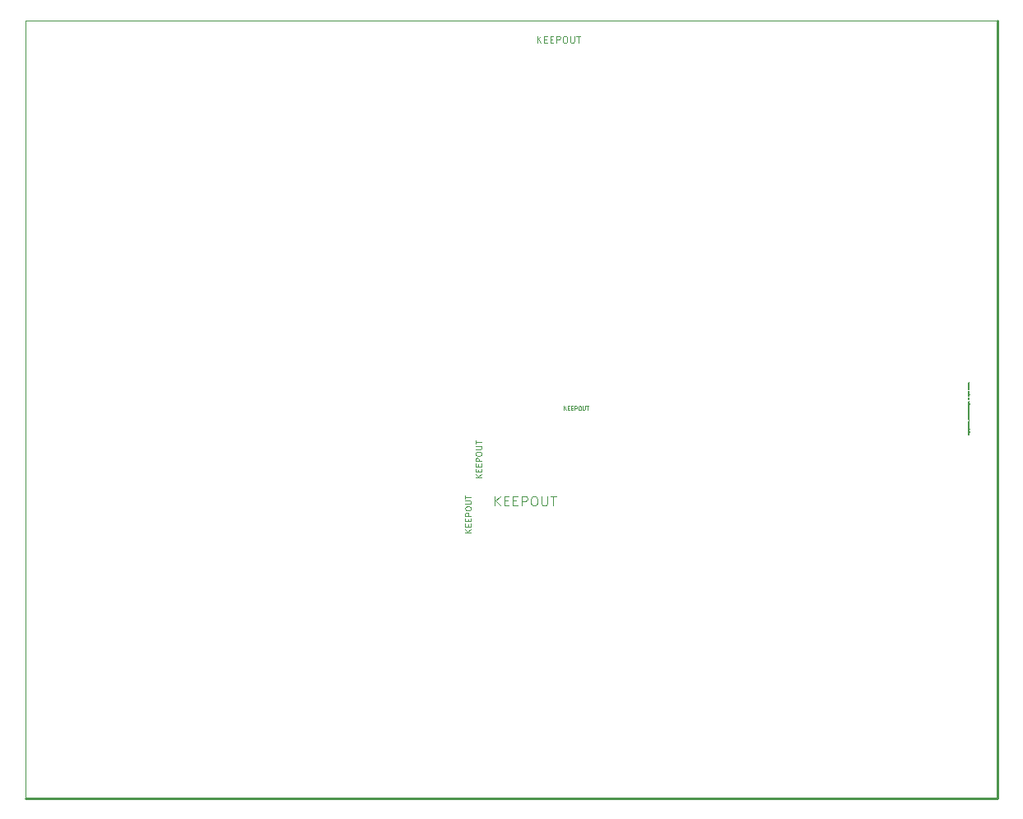
<source format=gbr>
%TF.GenerationSoftware,KiCad,Pcbnew,5.1.9+dfsg1-1*%
%TF.CreationDate,2022-02-15T13:48:39+01:00*%
%TF.ProjectId,sc606-baseboard,73633630-362d-4626-9173-65626f617264,rev?*%
%TF.SameCoordinates,Original*%
%TF.FileFunction,Other,Comment*%
%FSLAX46Y46*%
G04 Gerber Fmt 4.6, Leading zero omitted, Abs format (unit mm)*
G04 Created by KiCad (PCBNEW 5.1.9+dfsg1-1) date 2022-02-15 13:48:39 commit a4fbcb5*
%MOMM*%
%LPD*%
G01*
G04 APERTURE LIST*
%TA.AperFunction,Profile*%
%ADD10C,0.120000*%
%TD*%
%TA.AperFunction,Profile*%
%ADD11C,0.254000*%
%TD*%
%ADD12C,0.100000*%
%ADD13C,0.060000*%
%ADD14C,0.090000*%
%ADD15C,0.002000*%
G04 APERTURE END LIST*
D10*
X175600000Y-42400000D02*
X75600000Y-42400000D01*
D11*
X175600000Y-42400000D02*
X175600000Y-122400000D01*
D10*
X75600000Y-122400000D02*
X75600000Y-42400000D01*
D11*
X175600000Y-122400000D02*
X75600000Y-122400000D01*
%TO.C,J4*%
D12*
X128233333Y-44686666D02*
X128233333Y-43986666D01*
X128633333Y-44686666D02*
X128333333Y-44286666D01*
X128633333Y-43986666D02*
X128233333Y-44386666D01*
X128933333Y-44320000D02*
X129166666Y-44320000D01*
X129266666Y-44686666D02*
X128933333Y-44686666D01*
X128933333Y-43986666D01*
X129266666Y-43986666D01*
X129566666Y-44320000D02*
X129800000Y-44320000D01*
X129900000Y-44686666D02*
X129566666Y-44686666D01*
X129566666Y-43986666D01*
X129900000Y-43986666D01*
X130200000Y-44686666D02*
X130200000Y-43986666D01*
X130466666Y-43986666D01*
X130533333Y-44020000D01*
X130566666Y-44053333D01*
X130600000Y-44120000D01*
X130600000Y-44220000D01*
X130566666Y-44286666D01*
X130533333Y-44320000D01*
X130466666Y-44353333D01*
X130200000Y-44353333D01*
X131033333Y-43986666D02*
X131166666Y-43986666D01*
X131233333Y-44020000D01*
X131300000Y-44086666D01*
X131333333Y-44220000D01*
X131333333Y-44453333D01*
X131300000Y-44586666D01*
X131233333Y-44653333D01*
X131166666Y-44686666D01*
X131033333Y-44686666D01*
X130966666Y-44653333D01*
X130900000Y-44586666D01*
X130866666Y-44453333D01*
X130866666Y-44220000D01*
X130900000Y-44086666D01*
X130966666Y-44020000D01*
X131033333Y-43986666D01*
X131633333Y-43986666D02*
X131633333Y-44553333D01*
X131666666Y-44620000D01*
X131700000Y-44653333D01*
X131766666Y-44686666D01*
X131900000Y-44686666D01*
X131966666Y-44653333D01*
X132000000Y-44620000D01*
X132033333Y-44553333D01*
X132033333Y-43986666D01*
X132266666Y-43986666D02*
X132666666Y-43986666D01*
X132466666Y-44686666D02*
X132466666Y-43986666D01*
%TO.C,J7*%
X123829761Y-92317380D02*
X123829761Y-91317380D01*
X124401190Y-92317380D02*
X123972619Y-91745952D01*
X124401190Y-91317380D02*
X123829761Y-91888809D01*
X124829761Y-91793571D02*
X125163095Y-91793571D01*
X125305952Y-92317380D02*
X124829761Y-92317380D01*
X124829761Y-91317380D01*
X125305952Y-91317380D01*
X125734523Y-91793571D02*
X126067857Y-91793571D01*
X126210714Y-92317380D02*
X125734523Y-92317380D01*
X125734523Y-91317380D01*
X126210714Y-91317380D01*
X126639285Y-92317380D02*
X126639285Y-91317380D01*
X127020238Y-91317380D01*
X127115476Y-91365000D01*
X127163095Y-91412619D01*
X127210714Y-91507857D01*
X127210714Y-91650714D01*
X127163095Y-91745952D01*
X127115476Y-91793571D01*
X127020238Y-91841190D01*
X126639285Y-91841190D01*
X127829761Y-91317380D02*
X128020238Y-91317380D01*
X128115476Y-91365000D01*
X128210714Y-91460238D01*
X128258333Y-91650714D01*
X128258333Y-91984047D01*
X128210714Y-92174523D01*
X128115476Y-92269761D01*
X128020238Y-92317380D01*
X127829761Y-92317380D01*
X127734523Y-92269761D01*
X127639285Y-92174523D01*
X127591666Y-91984047D01*
X127591666Y-91650714D01*
X127639285Y-91460238D01*
X127734523Y-91365000D01*
X127829761Y-91317380D01*
X128686904Y-91317380D02*
X128686904Y-92126904D01*
X128734523Y-92222142D01*
X128782142Y-92269761D01*
X128877380Y-92317380D01*
X129067857Y-92317380D01*
X129163095Y-92269761D01*
X129210714Y-92222142D01*
X129258333Y-92126904D01*
X129258333Y-91317380D01*
X129591666Y-91317380D02*
X130163095Y-91317380D01*
X129877380Y-92317380D02*
X129877380Y-91317380D01*
D13*
X130961904Y-82470952D02*
X130961904Y-82070952D01*
X131190476Y-82470952D02*
X131019047Y-82242380D01*
X131190476Y-82070952D02*
X130961904Y-82299523D01*
X131361904Y-82261428D02*
X131495238Y-82261428D01*
X131552380Y-82470952D02*
X131361904Y-82470952D01*
X131361904Y-82070952D01*
X131552380Y-82070952D01*
X131723809Y-82261428D02*
X131857142Y-82261428D01*
X131914285Y-82470952D02*
X131723809Y-82470952D01*
X131723809Y-82070952D01*
X131914285Y-82070952D01*
X132085714Y-82470952D02*
X132085714Y-82070952D01*
X132238095Y-82070952D01*
X132276190Y-82090000D01*
X132295238Y-82109047D01*
X132314285Y-82147142D01*
X132314285Y-82204285D01*
X132295238Y-82242380D01*
X132276190Y-82261428D01*
X132238095Y-82280476D01*
X132085714Y-82280476D01*
X132561904Y-82070952D02*
X132638095Y-82070952D01*
X132676190Y-82090000D01*
X132714285Y-82128095D01*
X132733333Y-82204285D01*
X132733333Y-82337619D01*
X132714285Y-82413809D01*
X132676190Y-82451904D01*
X132638095Y-82470952D01*
X132561904Y-82470952D01*
X132523809Y-82451904D01*
X132485714Y-82413809D01*
X132466666Y-82337619D01*
X132466666Y-82204285D01*
X132485714Y-82128095D01*
X132523809Y-82090000D01*
X132561904Y-82070952D01*
X132904761Y-82070952D02*
X132904761Y-82394761D01*
X132923809Y-82432857D01*
X132942857Y-82451904D01*
X132980952Y-82470952D01*
X133057142Y-82470952D01*
X133095238Y-82451904D01*
X133114285Y-82432857D01*
X133133333Y-82394761D01*
X133133333Y-82070952D01*
X133266666Y-82070952D02*
X133495238Y-82070952D01*
X133380952Y-82470952D02*
X133380952Y-82070952D01*
D14*
X121421428Y-95047142D02*
X120821428Y-95047142D01*
X121421428Y-94704285D02*
X121078571Y-94961428D01*
X120821428Y-94704285D02*
X121164285Y-95047142D01*
X121107142Y-94447142D02*
X121107142Y-94247142D01*
X121421428Y-94161428D02*
X121421428Y-94447142D01*
X120821428Y-94447142D01*
X120821428Y-94161428D01*
X121107142Y-93904285D02*
X121107142Y-93704285D01*
X121421428Y-93618571D02*
X121421428Y-93904285D01*
X120821428Y-93904285D01*
X120821428Y-93618571D01*
X121421428Y-93361428D02*
X120821428Y-93361428D01*
X120821428Y-93132857D01*
X120850000Y-93075714D01*
X120878571Y-93047142D01*
X120935714Y-93018571D01*
X121021428Y-93018571D01*
X121078571Y-93047142D01*
X121107142Y-93075714D01*
X121135714Y-93132857D01*
X121135714Y-93361428D01*
X120821428Y-92647142D02*
X120821428Y-92532857D01*
X120850000Y-92475714D01*
X120907142Y-92418571D01*
X121021428Y-92390000D01*
X121221428Y-92390000D01*
X121335714Y-92418571D01*
X121392857Y-92475714D01*
X121421428Y-92532857D01*
X121421428Y-92647142D01*
X121392857Y-92704285D01*
X121335714Y-92761428D01*
X121221428Y-92790000D01*
X121021428Y-92790000D01*
X120907142Y-92761428D01*
X120850000Y-92704285D01*
X120821428Y-92647142D01*
X120821428Y-92132857D02*
X121307142Y-92132857D01*
X121364285Y-92104285D01*
X121392857Y-92075714D01*
X121421428Y-92018571D01*
X121421428Y-91904285D01*
X121392857Y-91847142D01*
X121364285Y-91818571D01*
X121307142Y-91790000D01*
X120821428Y-91790000D01*
X120821428Y-91590000D02*
X120821428Y-91247142D01*
X121421428Y-91418571D02*
X120821428Y-91418571D01*
X122496428Y-89422142D02*
X121896428Y-89422142D01*
X122496428Y-89079285D02*
X122153571Y-89336428D01*
X121896428Y-89079285D02*
X122239285Y-89422142D01*
X122182142Y-88822142D02*
X122182142Y-88622142D01*
X122496428Y-88536428D02*
X122496428Y-88822142D01*
X121896428Y-88822142D01*
X121896428Y-88536428D01*
X122182142Y-88279285D02*
X122182142Y-88079285D01*
X122496428Y-87993571D02*
X122496428Y-88279285D01*
X121896428Y-88279285D01*
X121896428Y-87993571D01*
X122496428Y-87736428D02*
X121896428Y-87736428D01*
X121896428Y-87507857D01*
X121925000Y-87450714D01*
X121953571Y-87422142D01*
X122010714Y-87393571D01*
X122096428Y-87393571D01*
X122153571Y-87422142D01*
X122182142Y-87450714D01*
X122210714Y-87507857D01*
X122210714Y-87736428D01*
X121896428Y-87022142D02*
X121896428Y-86907857D01*
X121925000Y-86850714D01*
X121982142Y-86793571D01*
X122096428Y-86765000D01*
X122296428Y-86765000D01*
X122410714Y-86793571D01*
X122467857Y-86850714D01*
X122496428Y-86907857D01*
X122496428Y-87022142D01*
X122467857Y-87079285D01*
X122410714Y-87136428D01*
X122296428Y-87165000D01*
X122096428Y-87165000D01*
X121982142Y-87136428D01*
X121925000Y-87079285D01*
X121896428Y-87022142D01*
X121896428Y-86507857D02*
X122382142Y-86507857D01*
X122439285Y-86479285D01*
X122467857Y-86450714D01*
X122496428Y-86393571D01*
X122496428Y-86279285D01*
X122467857Y-86222142D01*
X122439285Y-86193571D01*
X122382142Y-86165000D01*
X121896428Y-86165000D01*
X121896428Y-85965000D02*
X121896428Y-85622142D01*
X122496428Y-85793571D02*
X121896428Y-85793571D01*
%TO.C,J3*%
D15*
X172645357Y-84945833D02*
X172651404Y-84951880D01*
X172657452Y-84970023D01*
X172657452Y-84982119D01*
X172651404Y-85000261D01*
X172639309Y-85012357D01*
X172627214Y-85018404D01*
X172603023Y-85024452D01*
X172584880Y-85024452D01*
X172560690Y-85018404D01*
X172548595Y-85012357D01*
X172536500Y-85000261D01*
X172530452Y-84982119D01*
X172530452Y-84970023D01*
X172536500Y-84951880D01*
X172542547Y-84945833D01*
X172657452Y-84873261D02*
X172651404Y-84885357D01*
X172645357Y-84891404D01*
X172633261Y-84897452D01*
X172596976Y-84897452D01*
X172584880Y-84891404D01*
X172578833Y-84885357D01*
X172572785Y-84873261D01*
X172572785Y-84855119D01*
X172578833Y-84843023D01*
X172584880Y-84836976D01*
X172596976Y-84830928D01*
X172633261Y-84830928D01*
X172645357Y-84836976D01*
X172651404Y-84843023D01*
X172657452Y-84855119D01*
X172657452Y-84873261D01*
X172572785Y-84776500D02*
X172699785Y-84776500D01*
X172578833Y-84776500D02*
X172572785Y-84764404D01*
X172572785Y-84740214D01*
X172578833Y-84728119D01*
X172584880Y-84722071D01*
X172596976Y-84716023D01*
X172633261Y-84716023D01*
X172645357Y-84722071D01*
X172651404Y-84728119D01*
X172657452Y-84740214D01*
X172657452Y-84764404D01*
X172651404Y-84776500D01*
X172572785Y-84673690D02*
X172657452Y-84643452D01*
X172572785Y-84613214D02*
X172657452Y-84643452D01*
X172687690Y-84655547D01*
X172693738Y-84661595D01*
X172699785Y-84673690D01*
X172657452Y-84564833D02*
X172572785Y-84564833D01*
X172596976Y-84564833D02*
X172584880Y-84558785D01*
X172578833Y-84552738D01*
X172572785Y-84540642D01*
X172572785Y-84528547D01*
X172657452Y-84486214D02*
X172572785Y-84486214D01*
X172530452Y-84486214D02*
X172536500Y-84492261D01*
X172542547Y-84486214D01*
X172536500Y-84480166D01*
X172530452Y-84486214D01*
X172542547Y-84486214D01*
X172572785Y-84371309D02*
X172675595Y-84371309D01*
X172687690Y-84377357D01*
X172693738Y-84383404D01*
X172699785Y-84395500D01*
X172699785Y-84413642D01*
X172693738Y-84425738D01*
X172651404Y-84371309D02*
X172657452Y-84383404D01*
X172657452Y-84407595D01*
X172651404Y-84419690D01*
X172645357Y-84425738D01*
X172633261Y-84431785D01*
X172596976Y-84431785D01*
X172584880Y-84425738D01*
X172578833Y-84419690D01*
X172572785Y-84407595D01*
X172572785Y-84383404D01*
X172578833Y-84371309D01*
X172657452Y-84310833D02*
X172530452Y-84310833D01*
X172657452Y-84256404D02*
X172590928Y-84256404D01*
X172578833Y-84262452D01*
X172572785Y-84274547D01*
X172572785Y-84292690D01*
X172578833Y-84304785D01*
X172584880Y-84310833D01*
X172572785Y-84214071D02*
X172572785Y-84165690D01*
X172530452Y-84195928D02*
X172639309Y-84195928D01*
X172651404Y-84189880D01*
X172657452Y-84177785D01*
X172657452Y-84165690D01*
X172542547Y-84032642D02*
X172536500Y-84026595D01*
X172530452Y-84014500D01*
X172530452Y-83984261D01*
X172536500Y-83972166D01*
X172542547Y-83966119D01*
X172554642Y-83960071D01*
X172566738Y-83960071D01*
X172584880Y-83966119D01*
X172657452Y-84038690D01*
X172657452Y-83960071D01*
X172530452Y-83881452D02*
X172530452Y-83869357D01*
X172536500Y-83857261D01*
X172542547Y-83851214D01*
X172554642Y-83845166D01*
X172578833Y-83839119D01*
X172609071Y-83839119D01*
X172633261Y-83845166D01*
X172645357Y-83851214D01*
X172651404Y-83857261D01*
X172657452Y-83869357D01*
X172657452Y-83881452D01*
X172651404Y-83893547D01*
X172645357Y-83899595D01*
X172633261Y-83905642D01*
X172609071Y-83911690D01*
X172578833Y-83911690D01*
X172554642Y-83905642D01*
X172542547Y-83899595D01*
X172536500Y-83893547D01*
X172530452Y-83881452D01*
X172542547Y-83790738D02*
X172536500Y-83784690D01*
X172530452Y-83772595D01*
X172530452Y-83742357D01*
X172536500Y-83730261D01*
X172542547Y-83724214D01*
X172554642Y-83718166D01*
X172566738Y-83718166D01*
X172584880Y-83724214D01*
X172657452Y-83796785D01*
X172657452Y-83718166D01*
X172657452Y-83597214D02*
X172657452Y-83669785D01*
X172657452Y-83633500D02*
X172530452Y-83633500D01*
X172548595Y-83645595D01*
X172560690Y-83657690D01*
X172566738Y-83669785D01*
X172621166Y-83452071D02*
X172621166Y-83391595D01*
X172657452Y-83464166D02*
X172530452Y-83421833D01*
X172657452Y-83379500D01*
X172651404Y-83282738D02*
X172657452Y-83294833D01*
X172657452Y-83319023D01*
X172651404Y-83331119D01*
X172645357Y-83337166D01*
X172633261Y-83343214D01*
X172596976Y-83343214D01*
X172584880Y-83337166D01*
X172578833Y-83331119D01*
X172572785Y-83319023D01*
X172572785Y-83294833D01*
X172578833Y-83282738D01*
X172651404Y-83173880D02*
X172657452Y-83185976D01*
X172657452Y-83210166D01*
X172651404Y-83222261D01*
X172645357Y-83228309D01*
X172633261Y-83234357D01*
X172596976Y-83234357D01*
X172584880Y-83228309D01*
X172578833Y-83222261D01*
X172572785Y-83210166D01*
X172572785Y-83185976D01*
X172578833Y-83173880D01*
X172651404Y-83071071D02*
X172657452Y-83083166D01*
X172657452Y-83107357D01*
X172651404Y-83119452D01*
X172639309Y-83125500D01*
X172590928Y-83125500D01*
X172578833Y-83119452D01*
X172572785Y-83107357D01*
X172572785Y-83083166D01*
X172578833Y-83071071D01*
X172590928Y-83065023D01*
X172603023Y-83065023D01*
X172615119Y-83125500D01*
X172657452Y-82992452D02*
X172651404Y-83004547D01*
X172639309Y-83010595D01*
X172530452Y-83010595D01*
X172651404Y-82895690D02*
X172657452Y-82907785D01*
X172657452Y-82931976D01*
X172651404Y-82944071D01*
X172639309Y-82950119D01*
X172590928Y-82950119D01*
X172578833Y-82944071D01*
X172572785Y-82931976D01*
X172572785Y-82907785D01*
X172578833Y-82895690D01*
X172590928Y-82889642D01*
X172603023Y-82889642D01*
X172615119Y-82950119D01*
X172657452Y-82835214D02*
X172572785Y-82835214D01*
X172596976Y-82835214D02*
X172584880Y-82829166D01*
X172578833Y-82823119D01*
X172572785Y-82811023D01*
X172572785Y-82798928D01*
X172657452Y-82702166D02*
X172590928Y-82702166D01*
X172578833Y-82708214D01*
X172572785Y-82720309D01*
X172572785Y-82744500D01*
X172578833Y-82756595D01*
X172651404Y-82702166D02*
X172657452Y-82714261D01*
X172657452Y-82744500D01*
X172651404Y-82756595D01*
X172639309Y-82762642D01*
X172627214Y-82762642D01*
X172615119Y-82756595D01*
X172609071Y-82744500D01*
X172609071Y-82714261D01*
X172603023Y-82702166D01*
X172572785Y-82659833D02*
X172572785Y-82611452D01*
X172530452Y-82641690D02*
X172639309Y-82641690D01*
X172651404Y-82635642D01*
X172657452Y-82623547D01*
X172657452Y-82611452D01*
X172651404Y-82520738D02*
X172657452Y-82532833D01*
X172657452Y-82557023D01*
X172651404Y-82569119D01*
X172639309Y-82575166D01*
X172590928Y-82575166D01*
X172578833Y-82569119D01*
X172572785Y-82557023D01*
X172572785Y-82532833D01*
X172578833Y-82520738D01*
X172590928Y-82514690D01*
X172603023Y-82514690D01*
X172615119Y-82575166D01*
X172657452Y-82405833D02*
X172530452Y-82405833D01*
X172651404Y-82405833D02*
X172657452Y-82417928D01*
X172657452Y-82442119D01*
X172651404Y-82454214D01*
X172645357Y-82460261D01*
X172633261Y-82466309D01*
X172596976Y-82466309D01*
X172584880Y-82460261D01*
X172578833Y-82454214D01*
X172572785Y-82442119D01*
X172572785Y-82417928D01*
X172578833Y-82405833D01*
X172657452Y-82248595D02*
X172530452Y-82248595D01*
X172530452Y-82218357D01*
X172536500Y-82200214D01*
X172548595Y-82188119D01*
X172560690Y-82182071D01*
X172584880Y-82176023D01*
X172603023Y-82176023D01*
X172627214Y-82182071D01*
X172639309Y-82188119D01*
X172651404Y-82200214D01*
X172657452Y-82218357D01*
X172657452Y-82248595D01*
X172651404Y-82073214D02*
X172657452Y-82085309D01*
X172657452Y-82109500D01*
X172651404Y-82121595D01*
X172639309Y-82127642D01*
X172590928Y-82127642D01*
X172578833Y-82121595D01*
X172572785Y-82109500D01*
X172572785Y-82085309D01*
X172578833Y-82073214D01*
X172590928Y-82067166D01*
X172603023Y-82067166D01*
X172615119Y-82127642D01*
X172651404Y-82018785D02*
X172657452Y-82006690D01*
X172657452Y-81982500D01*
X172651404Y-81970404D01*
X172639309Y-81964357D01*
X172633261Y-81964357D01*
X172621166Y-81970404D01*
X172615119Y-81982500D01*
X172615119Y-82000642D01*
X172609071Y-82012738D01*
X172596976Y-82018785D01*
X172590928Y-82018785D01*
X172578833Y-82012738D01*
X172572785Y-82000642D01*
X172572785Y-81982500D01*
X172578833Y-81970404D01*
X172657452Y-81909928D02*
X172572785Y-81909928D01*
X172530452Y-81909928D02*
X172536500Y-81915976D01*
X172542547Y-81909928D01*
X172536500Y-81903880D01*
X172530452Y-81909928D01*
X172542547Y-81909928D01*
X172572785Y-81795023D02*
X172675595Y-81795023D01*
X172687690Y-81801071D01*
X172693738Y-81807119D01*
X172699785Y-81819214D01*
X172699785Y-81837357D01*
X172693738Y-81849452D01*
X172651404Y-81795023D02*
X172657452Y-81807119D01*
X172657452Y-81831309D01*
X172651404Y-81843404D01*
X172645357Y-81849452D01*
X172633261Y-81855500D01*
X172596976Y-81855500D01*
X172584880Y-81849452D01*
X172578833Y-81843404D01*
X172572785Y-81831309D01*
X172572785Y-81807119D01*
X172578833Y-81795023D01*
X172572785Y-81734547D02*
X172657452Y-81734547D01*
X172584880Y-81734547D02*
X172578833Y-81728500D01*
X172572785Y-81716404D01*
X172572785Y-81698261D01*
X172578833Y-81686166D01*
X172590928Y-81680119D01*
X172657452Y-81680119D01*
X172651404Y-81625690D02*
X172657452Y-81613595D01*
X172657452Y-81589404D01*
X172651404Y-81577309D01*
X172639309Y-81571261D01*
X172633261Y-81571261D01*
X172621166Y-81577309D01*
X172615119Y-81589404D01*
X172615119Y-81607547D01*
X172609071Y-81619642D01*
X172596976Y-81625690D01*
X172590928Y-81625690D01*
X172578833Y-81619642D01*
X172572785Y-81607547D01*
X172572785Y-81589404D01*
X172578833Y-81577309D01*
X172645357Y-81516833D02*
X172651404Y-81510785D01*
X172657452Y-81516833D01*
X172651404Y-81522880D01*
X172645357Y-81516833D01*
X172657452Y-81516833D01*
X172621166Y-81365642D02*
X172621166Y-81305166D01*
X172657452Y-81377738D02*
X172530452Y-81335404D01*
X172657452Y-81293071D01*
X172657452Y-81232595D02*
X172651404Y-81244690D01*
X172639309Y-81250738D01*
X172530452Y-81250738D01*
X172657452Y-81166071D02*
X172651404Y-81178166D01*
X172639309Y-81184214D01*
X172530452Y-81184214D01*
X172657452Y-81020928D02*
X172572785Y-81020928D01*
X172596976Y-81020928D02*
X172584880Y-81014880D01*
X172578833Y-81008833D01*
X172572785Y-80996738D01*
X172572785Y-80984642D01*
X172657452Y-80942309D02*
X172572785Y-80942309D01*
X172530452Y-80942309D02*
X172536500Y-80948357D01*
X172542547Y-80942309D01*
X172536500Y-80936261D01*
X172530452Y-80942309D01*
X172542547Y-80942309D01*
X172572785Y-80827404D02*
X172675595Y-80827404D01*
X172687690Y-80833452D01*
X172693738Y-80839500D01*
X172699785Y-80851595D01*
X172699785Y-80869738D01*
X172693738Y-80881833D01*
X172651404Y-80827404D02*
X172657452Y-80839500D01*
X172657452Y-80863690D01*
X172651404Y-80875785D01*
X172645357Y-80881833D01*
X172633261Y-80887880D01*
X172596976Y-80887880D01*
X172584880Y-80881833D01*
X172578833Y-80875785D01*
X172572785Y-80863690D01*
X172572785Y-80839500D01*
X172578833Y-80827404D01*
X172657452Y-80766928D02*
X172530452Y-80766928D01*
X172657452Y-80712500D02*
X172590928Y-80712500D01*
X172578833Y-80718547D01*
X172572785Y-80730642D01*
X172572785Y-80748785D01*
X172578833Y-80760880D01*
X172584880Y-80766928D01*
X172572785Y-80670166D02*
X172572785Y-80621785D01*
X172530452Y-80652023D02*
X172639309Y-80652023D01*
X172651404Y-80645976D01*
X172657452Y-80633880D01*
X172657452Y-80621785D01*
X172651404Y-80585500D02*
X172657452Y-80573404D01*
X172657452Y-80549214D01*
X172651404Y-80537119D01*
X172639309Y-80531071D01*
X172633261Y-80531071D01*
X172621166Y-80537119D01*
X172615119Y-80549214D01*
X172615119Y-80567357D01*
X172609071Y-80579452D01*
X172596976Y-80585500D01*
X172590928Y-80585500D01*
X172578833Y-80579452D01*
X172572785Y-80567357D01*
X172572785Y-80549214D01*
X172578833Y-80537119D01*
X172657452Y-80379880D02*
X172572785Y-80379880D01*
X172596976Y-80379880D02*
X172584880Y-80373833D01*
X172578833Y-80367785D01*
X172572785Y-80355690D01*
X172572785Y-80343595D01*
X172651404Y-80252880D02*
X172657452Y-80264976D01*
X172657452Y-80289166D01*
X172651404Y-80301261D01*
X172639309Y-80307309D01*
X172590928Y-80307309D01*
X172578833Y-80301261D01*
X172572785Y-80289166D01*
X172572785Y-80264976D01*
X172578833Y-80252880D01*
X172590928Y-80246833D01*
X172603023Y-80246833D01*
X172615119Y-80307309D01*
X172651404Y-80198452D02*
X172657452Y-80186357D01*
X172657452Y-80162166D01*
X172651404Y-80150071D01*
X172639309Y-80144023D01*
X172633261Y-80144023D01*
X172621166Y-80150071D01*
X172615119Y-80162166D01*
X172615119Y-80180309D01*
X172609071Y-80192404D01*
X172596976Y-80198452D01*
X172590928Y-80198452D01*
X172578833Y-80192404D01*
X172572785Y-80180309D01*
X172572785Y-80162166D01*
X172578833Y-80150071D01*
X172651404Y-80041214D02*
X172657452Y-80053309D01*
X172657452Y-80077500D01*
X172651404Y-80089595D01*
X172639309Y-80095642D01*
X172590928Y-80095642D01*
X172578833Y-80089595D01*
X172572785Y-80077500D01*
X172572785Y-80053309D01*
X172578833Y-80041214D01*
X172590928Y-80035166D01*
X172603023Y-80035166D01*
X172615119Y-80095642D01*
X172657452Y-79980738D02*
X172572785Y-79980738D01*
X172596976Y-79980738D02*
X172584880Y-79974690D01*
X172578833Y-79968642D01*
X172572785Y-79956547D01*
X172572785Y-79944452D01*
X172572785Y-79914214D02*
X172657452Y-79883976D01*
X172572785Y-79853738D01*
X172651404Y-79756976D02*
X172657452Y-79769071D01*
X172657452Y-79793261D01*
X172651404Y-79805357D01*
X172639309Y-79811404D01*
X172590928Y-79811404D01*
X172578833Y-79805357D01*
X172572785Y-79793261D01*
X172572785Y-79769071D01*
X172578833Y-79756976D01*
X172590928Y-79750928D01*
X172603023Y-79750928D01*
X172615119Y-79811404D01*
X172657452Y-79642071D02*
X172530452Y-79642071D01*
X172651404Y-79642071D02*
X172657452Y-79654166D01*
X172657452Y-79678357D01*
X172651404Y-79690452D01*
X172645357Y-79696500D01*
X172633261Y-79702547D01*
X172596976Y-79702547D01*
X172584880Y-79696500D01*
X172578833Y-79690452D01*
X172572785Y-79678357D01*
X172572785Y-79654166D01*
X172578833Y-79642071D01*
X172645357Y-79581595D02*
X172651404Y-79575547D01*
X172657452Y-79581595D01*
X172651404Y-79587642D01*
X172645357Y-79581595D01*
X172657452Y-79581595D01*
%TD*%
M02*

</source>
